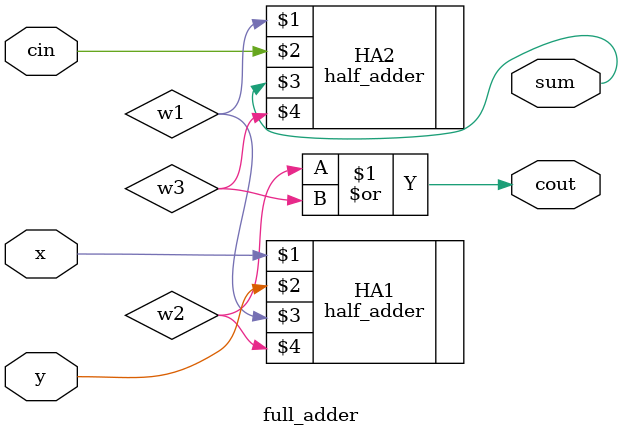
<source format=v>
module full_adder(x, y, cin, sum, cout);

input x, y, cin;
output sum, cout;
wire w1, w2, w3;



half_adder HA1(x, y, w1, w2);
half_adder HA2(w1, cin, sum, w3);

or U3(cout, w2, w3);

endmodule
</source>
